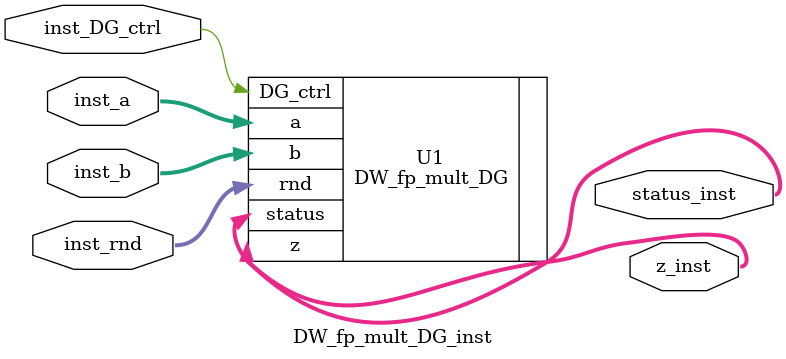
<source format=v>
module DW_fp_mult_DG_inst( inst_a, inst_b, inst_rnd, inst_DG_ctrl, z_inst, 
		status_inst );

parameter sig_width = 23;
parameter exp_width = 8;
parameter ieee_compliance = 1;


input [sig_width+exp_width : 0] inst_a;
input [sig_width+exp_width : 0] inst_b;
input [2 : 0] inst_rnd;
input inst_DG_ctrl;
output [sig_width+exp_width : 0] z_inst;
output [7 : 0] status_inst;

    // Instance of DW_fp_mult_DG
    DW_fp_mult_DG #(sig_width, exp_width, ieee_compliance)
	  U1 ( .a(inst_a), .b(inst_b), .rnd(inst_rnd), .DG_ctrl(inst_DG_ctrl), .z(z_inst), .status(status_inst) );

endmodule

</source>
